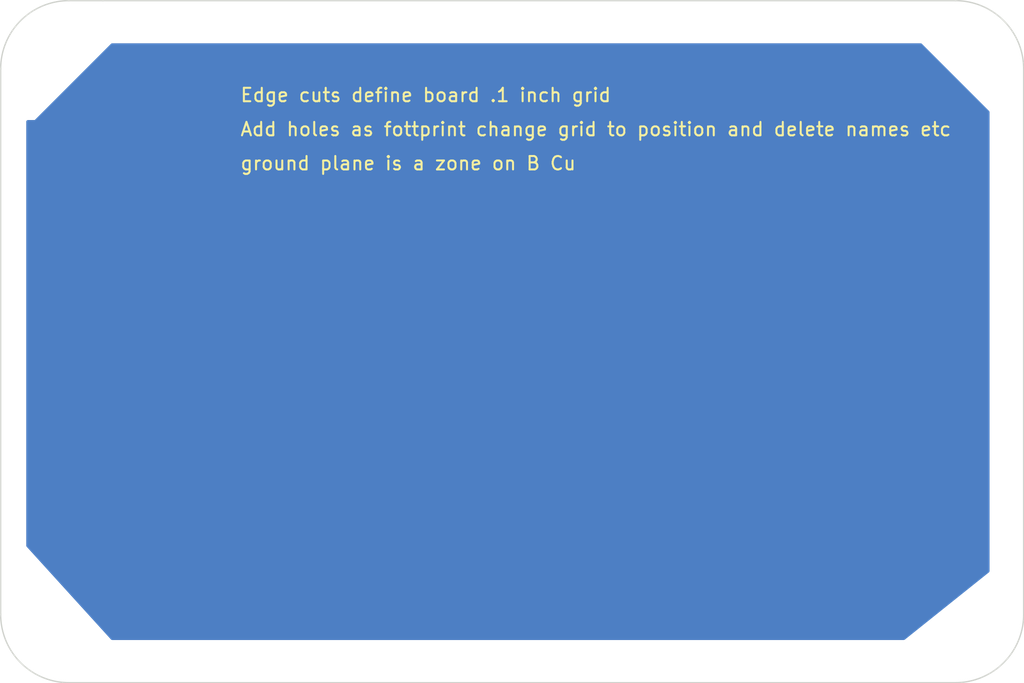
<source format=kicad_pcb>
(kicad_pcb (version 20221018) (generator pcbnew)
  (layers (0 "F.Cu" signal) (31 "B.Cu" signal) (34 "B.Paste" user) (35 "F.Paste" user) (36 "B.SilkS" user "B.Silkscreen") (37 "F.SilkS" user "F.Silkscreen") (38 "B.Mask" user) (39 "F.Mask" user) (44 "Edge.Cuts" user))
  (net 0 "")
  (footprint "MountingHole:MountingHole_2.1mm" (layer "F.Cu") (at 54.61 105.41)
    (fp_text reference "REF**" hide)
    (fp_text value "MountingHole_2.1mm" hide)
    (pad "" np_thru_hole circle (at 0 0) (size 2.1 2.1) (drill 2.1) (layers "*.Cu" "*.Mask"))
  )
  (footprint "MountingHole:MountingHole_2.1mm" (layer "F.Cu") (at 123.19 147.955)
    (fp_text reference "REF**" hide)
    (fp_text value "MountingHole_2.1mm" hide)
    (pad "" np_thru_hole circle (at 0 0) (size 2.1 2.1) (drill 2.1) (layers "*.Cu" "*.Mask"))
  )
  (footprint "MountingHole:MountingHole_2.1mm" (layer "F.Cu") (at 54.61 147.955)
    (fp_text reference "REF**" hide)
    (fp_text value "MountingHole_2.1mm" hide)
    (pad "" np_thru_hole circle (at 0 0) (size 2.1 2.1) (drill 2.1) (layers "*.Cu" "*.Mask"))
  )
  (footprint "MountingHole:MountingHole_2.1mm" (layer "F.Cu") (at 123.19 105.41)
    (fp_text reference "REF**" hide)
    (fp_text value "MountingHole_2.1mm" hide)
    (pad "" np_thru_hole circle (at 0 0) (size 2.1 2.1) (drill 2.1) (layers "*.Cu" "*.Mask"))
  )
  (gr_line (start 127 106.68) (end 127 147.32) (stroke (width 0.1)) (layer "Edge.Cuts"))
  (gr_arc (start 121.92 101.6) (mid 125.512102 103.087898) (end 127 106.68) (stroke (width 0.1)) (layer "Edge.Cuts"))
  (gr_line (start 58.42 101.6) (end 55.88 101.6) (stroke (width 0.1)) (layer "Edge.Cuts"))
  (gr_line (start 121.92 101.6) (end 58.42 101.6) (stroke (width 0.1)) (layer "Edge.Cuts"))
  (gr_arc (start 55.88 152.4) (mid 52.287898 150.912102) (end 50.8 147.32) (stroke (width 0.1)) (layer "Edge.Cuts"))
  (gr_line (start 55.88 152.4) (end 121.92 152.4) (stroke (width 0.1)) (layer "Edge.Cuts"))
  (gr_arc (start 50.8 106.68) (mid 52.287898 103.087898) (end 55.88 101.6) (stroke (width 0.1)) (layer "Edge.Cuts"))
  (gr_line (start 50.8 106.68) (end 50.8 147.32) (stroke (width 0.1)) (layer "Edge.Cuts"))
  (gr_arc (start 127 147.32) (mid 125.512102 150.912102) (end 121.92 152.4) (stroke (width 0.1)) (layer "Edge.Cuts"))
  (gr_text "ground plane is a zone on B Cu" (at 68.58 114.3) (layer "F.SilkS") (effects (font (size 1 1)) (justify left bottom)))
  (gr_text "Edge cuts define board .1 inch grid\n" (at 68.58 109.22) (layer "F.SilkS") (effects (font (size 1 1)) (justify left bottom)))
  (gr_text "Add holes as fottprint change grid to position and delete names etc\n" (at 68.58 111.76) (layer "F.SilkS") (effects (font (size 1 1)) (justify left bottom)))
  (zone (net 0) (net_name "") (layer "B.Cu") (connect_pads (clearance 0.5)) (min_thickness 0.25) (fill yes (thermal_gap 0.5) (thermal_bridge_width 0.5) (island_removal_mode 1) (island_area_min 9.999999))
    (polygon (pts (xy 53.34 110.49) (xy 59.055 104.775) (xy 119.38 104.775) (xy 124.46 109.855) (xy 124.46 144.145) (xy 118.11 149.225) (xy 59.055 149.225) (xy 52.705 142.24) (xy 52.705 110.49)))
  )
)
</source>
